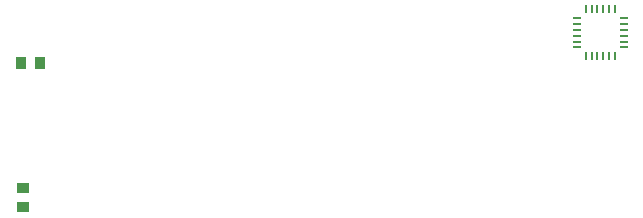
<source format=gbr>
G04 EAGLE Gerber RS-274X export*
G75*
%MOMM*%
%FSLAX34Y34*%
%LPD*%
%INSolderpaste Top*%
%IPPOS*%
%AMOC8*
5,1,8,0,0,1.08239X$1,22.5*%
G01*
%ADD10R,0.790000X0.280000*%
%ADD11R,0.280000X0.790000*%
%ADD12R,0.949959X1.031241*%
%ADD13R,1.031241X0.949959*%


D10*
X640700Y183950D03*
X640700Y178950D03*
X640700Y173950D03*
X640700Y168950D03*
X640700Y163950D03*
X640700Y158950D03*
D11*
X647900Y151750D03*
X652900Y151750D03*
X657900Y151750D03*
X662900Y151750D03*
X667900Y151750D03*
X672900Y151750D03*
D10*
X680100Y158950D03*
X680100Y163950D03*
X680100Y168950D03*
X680100Y173950D03*
X680100Y178950D03*
X680100Y183950D03*
D11*
X672900Y191150D03*
X667900Y191150D03*
X662900Y191150D03*
X657900Y191150D03*
X652900Y191150D03*
X647900Y191150D03*
D12*
X185801Y146050D03*
X169799Y146050D03*
D13*
X171450Y39751D03*
X171450Y23749D03*
M02*

</source>
